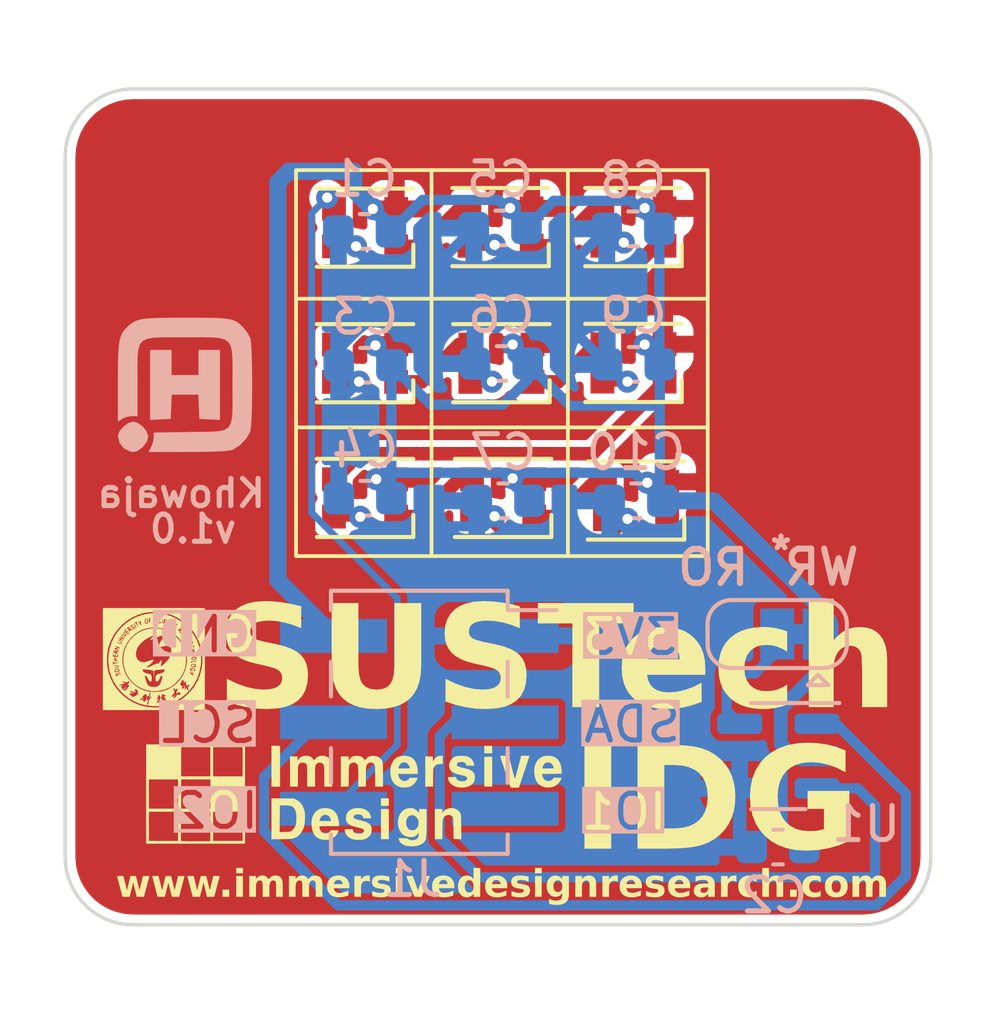
<source format=kicad_pcb>
(kicad_pcb (version 20240108) (generator "pcbnew") (generator_version "8.0")
  (title_block (title "SAO Shenzhen 2024 KiCon") (date "2024-11-01") (rev "1.1") (company "PRL"))
  (layers (0 "F.Cu" signal) (31 "B.Cu" signal) (34 "B.Paste" user) (35 "F.Paste" user) (36 "B.SilkS" user "B.Silkscreen") (37 "F.SilkS" user "F.Silkscreen") (38 "B.Mask" user) (39 "F.Mask" user) (44 "Edge.Cuts" user))
  (net 0 "")
  (net 1 "GND")
  (net 2 "+3V3")
  (net 3 "IO1")
  (net 4 "SDA")
  (net 5 "SCL")
  (net 6 "IO2")
  (net 7 "Net-(JP1-C)")
  (net 8 "Net-(D2-DOUT)")
  (net 9 "Net-(D3-DIN)")
  (net 10 "Net-(D3-DOUT)")
  (net 11 "Net-(D4-DIN)")
  (net 12 "Net-(D4-DOUT)")
  (net 13 "Net-(D5-DOUT)")
  (net 14 "Net-(D6-DOUT)")
  (net 15 "Net-(D10-DIN)")
  (footprint "LED_SMD:LED_WS2812B-2020_PLCC4_2.0x2.0mm" (layer "F.Cu") (at 139.0638 68.326 180)
    (property "Reference" "D8" (hide yes))
    (property "Value" "WS2812B-2020" (hide yes))
    (pad "1" smd rect (at -0.915 -0.55 180) (size 0.7 0.7) (layers "F.Cu" "F.Paste" "F.Mask") (net 9 "Net-(D3-DIN)"))
    (pad "2" smd rect (at -0.915 0.55 180) (size 0.7 0.7) (layers "F.Cu" "F.Paste" "F.Mask") (net 1 "GND"))
    (pad "3" smd rect (at 0.915 0.55 180) (size 0.7 0.7) (layers "F.Cu" "F.Paste" "F.Mask") (net 13 "Net-(D5-DOUT)"))
    (pad "4" smd rect (at 0.915 -0.55 180) (size 0.7 0.7) (layers "F.Cu" "F.Paste" "F.Mask") (net 2 "+3V3"))
  )
  (footprint "LED_SMD:LED_WS2812B-2020_PLCC4_2.0x2.0mm" (layer "F.Cu") (at 135.1522 68.326 180)
    (property "Reference" "D5" (hide yes))
    (property "Value" "WS2812B-2020" (hide yes))
    (pad "1" smd rect (at -0.915 -0.55 180) (size 0.7 0.7) (layers "F.Cu" "F.Paste" "F.Mask") (net 13 "Net-(D5-DOUT)"))
    (pad "2" smd rect (at -0.915 0.55 180) (size 0.7 0.7) (layers "F.Cu" "F.Paste" "F.Mask") (net 1 "GND"))
    (pad "3" smd rect (at 0.915 0.55 180) (size 0.7 0.7) (layers "F.Cu" "F.Paste" "F.Mask") (net 8 "Net-(D2-DOUT)"))
    (pad "4" smd rect (at 0.915 -0.55 180) (size 0.7 0.7) (layers "F.Cu" "F.Paste" "F.Mask") (net 2 "+3V3"))
  )
  (footprint "LED_SMD:LED_WS2812B-2020_PLCC4_2.0x2.0mm" (layer "F.Cu") (at 139.1406 76.369 180)
    (property "Reference" "D10" (hide yes))
    (property "Value" "WS2812B-2020" (hide yes))
    (pad "1" smd rect (at -0.915 -0.55 180) (size 0.7 0.7) (layers "F.Cu" "F.Paste" "F.Mask"))
    (pad "2" smd rect (at -0.915 0.55 180) (size 0.7 0.7) (layers "F.Cu" "F.Paste" "F.Mask") (net 1 "GND"))
    (pad "3" smd rect (at 0.915 0.55 180) (size 0.7 0.7) (layers "F.Cu" "F.Paste" "F.Mask") (net 15 "Net-(D10-DIN)"))
    (pad "4" smd rect (at 0.915 -0.55 180) (size 0.7 0.7) (layers "F.Cu" "F.Paste" "F.Mask") (net 2 "+3V3"))
  )
  (footprint "LED_SMD:LED_WS2812B-2020_PLCC4_2.0x2.0mm" (layer "F.Cu") (at 135.1782 72.3304 180)
    (property "Reference" "D6" (hide yes))
    (property "Value" "WS2812B-2020" (hide yes))
    (pad "1" smd rect (at -0.915 -0.55 180) (size 0.7 0.7) (layers "F.Cu" "F.Paste" "F.Mask") (net 14 "Net-(D6-DOUT)"))
    (pad "2" smd rect (at -0.915 0.55 180) (size 0.7 0.7) (layers "F.Cu" "F.Paste" "F.Mask") (net 1 "GND"))
    (pad "3" smd rect (at 0.915 0.55 180) (size 0.7 0.7) (layers "F.Cu" "F.Paste" "F.Mask") (net 10 "Net-(D3-DOUT)"))
    (pad "4" smd rect (at 0.915 -0.55 180) (size 0.7 0.7) (layers "F.Cu" "F.Paste" "F.Mask") (net 2 "+3V3"))
  )
  (footprint "LED_SMD:LED_WS2812B-2020_PLCC4_2.0x2.0mm" (layer "F.Cu") (at 131.165 72.3304 180)
    (property "Reference" "D3" (hide yes))
    (property "Value" "WS2812B-2020" (hide yes))
    (pad "1" smd rect (at -0.915 -0.55 180) (size 0.7 0.7) (layers "F.Cu" "F.Paste" "F.Mask") (net 10 "Net-(D3-DOUT)"))
    (pad "2" smd rect (at -0.915 0.55 180) (size 0.7 0.7) (layers "F.Cu" "F.Paste" "F.Mask") (net 1 "GND"))
    (pad "3" smd rect (at 0.915 0.55 180) (size 0.7 0.7) (layers "F.Cu" "F.Paste" "F.Mask") (net 9 "Net-(D3-DIN)"))
    (pad "4" smd rect (at 0.915 -0.55 180) (size 0.7 0.7) (layers "F.Cu" "F.Paste" "F.Mask") (net 2 "+3V3"))
  )
  (footprint "LED_SMD:LED_WS2812B-2020_PLCC4_2.0x2.0mm" (layer "F.Cu") (at 139.065 72.3216 180)
    (property "Reference" "D9" (hide yes))
    (property "Value" "WS2812B-2020" (hide yes))
    (pad "1" smd rect (at -0.915 -0.55 180) (size 0.7 0.7) (layers "F.Cu" "F.Paste" "F.Mask") (net 11 "Net-(D4-DIN)"))
    (pad "2" smd rect (at -0.915 0.55 180) (size 0.7 0.7) (layers "F.Cu" "F.Paste" "F.Mask") (net 1 "GND"))
    (pad "3" smd rect (at 0.915 0.55 180) (size 0.7 0.7) (layers "F.Cu" "F.Paste" "F.Mask") (net 14 "Net-(D6-DOUT)"))
    (pad "4" smd rect (at 0.915 -0.55 180) (size 0.7 0.7) (layers "F.Cu" "F.Paste" "F.Mask") (net 2 "+3V3"))
  )
  (footprint "Logo.preety:IDG" (layer "F.Cu") (at 130.8354 85.0392)
    (property "Reference" "G***" (hide yes))
    (property "Value" "LOGO" (hide yes))
  )
  (footprint "LED_SMD:LED_WS2812B-2020_PLCC4_2.0x2.0mm" (layer "F.Cu") (at 135.229 76.2928 180)
    (property "Reference" "D7" (hide yes))
    (property "Value" "WS2812B-2020" (hide yes))
    (pad "1" smd rect (at -0.915 -0.55 180) (size 0.7 0.7) (layers "F.Cu" "F.Paste" "F.Mask") (net 15 "Net-(D10-DIN)"))
    (pad "2" smd rect (at -0.915 0.55 180) (size 0.7 0.7) (layers "F.Cu" "F.Paste" "F.Mask") (net 1 "GND"))
    (pad "3" smd rect (at 0.915 0.55 180) (size 0.7 0.7) (layers "F.Cu" "F.Paste" "F.Mask") (net 12 "Net-(D4-DOUT)"))
    (pad "4" smd rect (at 0.915 -0.55 180) (size 0.7 0.7) (layers "F.Cu" "F.Paste" "F.Mask") (net 2 "+3V3"))
  )
  (footprint "LED_SMD:LED_WS2812B-2020_PLCC4_2.0x2.0mm" (layer "F.Cu") (at 131.1662 68.3426 180)
    (property "Reference" "D2" (hide yes))
    (property "Value" "WS2812B-2020" (hide yes))
    (pad "1" smd rect (at -0.915 -0.55 180) (size 0.7 0.7) (layers "F.Cu" "F.Paste" "F.Mask") (net 8 "Net-(D2-DOUT)"))
    (pad "2" smd rect (at -0.915 0.55 180) (size 0.7 0.7) (layers "F.Cu" "F.Paste" "F.Mask") (net 1 "GND"))
    (pad "3" smd rect (at 0.915 0.55 180) (size 0.7 0.7) (layers "F.Cu" "F.Paste" "F.Mask") (net 6 "IO2"))
    (pad "4" smd rect (at 0.915 -0.55 180) (size 0.7 0.7) (layers "F.Cu" "F.Paste" "F.Mask") (net 2 "+3V3"))
  )
  (footprint "Logo.preety:logo" (layer "F.Cu") (at 124.9426 81.026)
    (property "Reference" "G***" (hide yes))
    (property "Value" "LOGO" (hide yes))
  )
  (footprint "LED_SMD:LED_WS2812B-2020_PLCC4_2.0x2.0mm" (layer "F.Cu") (at 131.165 76.2928 180)
    (property "Reference" "D4" (hide yes))
    (property "Value" "WS2812B-2020" (hide yes))
    (pad "1" smd rect (at -0.915 -0.55 180) (size 0.7 0.7) (layers "F.Cu" "F.Paste" "F.Mask") (net 12 "Net-(D4-DOUT)"))
    (pad "2" smd rect (at -0.915 0.55 180) (size 0.7 0.7) (layers "F.Cu" "F.Paste" "F.Mask") (net 1 "GND"))
    (pad "3" smd rect (at 0.915 0.55 180) (size 0.7 0.7) (layers "F.Cu" "F.Paste" "F.Mask") (net 11 "Net-(D4-DIN)"))
    (pad "4" smd rect (at 0.915 -0.55 180) (size 0.7 0.7) (layers "F.Cu" "F.Paste" "F.Mask") (net 2 "+3V3"))
  )
  (footprint "Capacitor_SMD:C_0603_1608Metric" (layer "B.Cu") (at 131.1656 76.3016 180)
    (property "Reference" "C4" (at 0 1.43 0) (layer "B.SilkS") (effects (justify mirror)))
    (property "Value" "100nF")
    (pad "1" smd roundrect (at -0.775 0 180) (size 0.9 0.95) (layers "B.Cu" "B.Paste" "B.Mask") (net 1 "GND"))
    (pad "2" smd roundrect (at 0.775 0 180) (size 0.9 0.95) (layers "B.Cu" "B.Paste" "B.Mask") (net 2 "+3V3"))
  )
  (footprint "Capacitor_SMD:C_0603_1608Metric" (layer "B.Cu") (at 139.065 72.3646 180)
    (property "Reference" "C9" (at 0 1.43 0) (layer "B.SilkS") (effects (justify mirror)))
    (property "Value" "100nF")
    (pad "1" smd roundrect (at -0.775 0 180) (size 0.9 0.95) (layers "B.Cu" "B.Paste" "B.Mask") (net 1 "GND"))
    (pad "2" smd roundrect (at 0.775 0 180) (size 0.9 0.95) (layers "B.Cu" "B.Paste" "B.Mask") (net 2 "+3V3"))
  )
  (footprint "Capacitor_SMD:C_0603_1608Metric" (layer "B.Cu") (at 131.1656 72.39 180)
    (property "Reference" "C3" (at 0 1.43 0) (layer "B.SilkS") (effects (justify mirror)))
    (property "Value" "100nF")
    (pad "1" smd roundrect (at -0.775 0 180) (size 0.9 0.95) (layers "B.Cu" "B.Paste" "B.Mask") (net 1 "GND"))
    (pad "2" smd roundrect (at 0.775 0 180) (size 0.9 0.95) (layers "B.Cu" "B.Paste" "B.Mask") (net 2 "+3V3"))
  )
  (footprint "LOGO" (layer "B.Cu") (at 125.892928 72.940511 180)
    (property "Reference" "G***" (hide yes))
    (property "Value" "LOGO" (hide yes))
  )
  (footprint "Capacitor_SMD:C_0603_1608Metric" (layer "B.Cu") (at 139.1412 76.3778 180)
    (property "Reference" "C10" (at 0 1.43 0) (layer "B.SilkS") (effects (justify mirror)))
    (property "Value" "100nF")
    (pad "1" smd roundrect (at -0.775 0 180) (size 0.9 0.95) (layers "B.Cu" "B.Paste" "B.Mask") (net 1 "GND"))
    (pad "2" smd roundrect (at 0.775 0 180) (size 0.9 0.95) (layers "B.Cu" "B.Paste" "B.Mask") (net 2 "+3V3"))
  )
  (footprint "Capacitor_SMD:C_0603_1608Metric" (layer "B.Cu") (at 139.052 68.3768 180)
    (property "Reference" "C8" (at 0 1.43 0) (layer "B.SilkS") (effects (justify mirror)))
    (property "Value" "100nF")
    (pad "1" smd roundrect (at -0.775 0 180) (size 0.9 0.95) (layers "B.Cu" "B.Paste" "B.Mask") (net 1 "GND"))
    (pad "2" smd roundrect (at 0.775 0 180) (size 0.9 0.95) (layers "B.Cu" "B.Paste" "B.Mask") (net 2 "+3V3"))
  )
  (footprint "Capacitor_SMD:C_0603_1608Metric" (layer "B.Cu") (at 131.1532 68.453 180)
    (property "Reference" "C1" (at 0.013 1.5494 0) (layer "B.SilkS") (effects (justify mirror)))
    (property "Value" "100nF" (hide yes))
    (pad "1" smd roundrect (at -0.775 0 180) (size 0.9 0.95) (layers "B.Cu" "B.Paste" "B.Mask") (net 1 "GND"))
    (pad "2" smd roundrect (at 0.775 0 180) (size 0.9 0.95) (layers "B.Cu" "B.Paste" "B.Mask") (net 2 "+3V3"))
  )
  (footprint "Package_TO_SOT_SMD:SOT-23-5" (layer "B.Cu") (at 143.3267 83.886 180)
    (property "Reference" "U1" (at -2.5853 -2.001382 0) (layer "B.SilkS") (effects (justify mirror)))
    (property "Value" "K24C02")
    (pad "1" smd roundrect (at -1.1375 0.95 180) (size 1.325 0.6) (layers "B.Cu" "B.Paste" "B.Mask") (net 5 "SCL"))
    (pad "2" smd roundrect (at -1.1375 0 180) (size 1.325 0.6) (layers "B.Cu" "B.Paste" "B.Mask") (net 1 "GND"))
    (pad "3" smd roundrect (at -1.1375 -0.95 180) (size 1.325 0.6) (layers "B.Cu" "B.Paste" "B.Mask") (net 4 "SDA"))
    (pad "4" smd roundrect (at 1.1375 -0.95 180) (size 1.325 0.6) (layers "B.Cu" "B.Paste" "B.Mask") (net 2 "+3V3"))
    (pad "5" smd roundrect (at 1.1375 0.95 180) (size 1.325 0.6) (layers "B.Cu" "B.Paste" "B.Mask") (net 7 "Net-(JP1-C)"))
  )
  (footprint "Connector_PinHeader_2.54mm:PinHeader_2x03_P2.54mm_Vertical_SMD" (layer "B.Cu") (at 132.762349 82.893639 180)
    (property "Reference" "J1" (at 0.196055 -4.609361 0) (layer "B.SilkS") (effects (justify mirror)))
    (property "Value" "SMD")
    (pad "1" smd rect (at -2.525 2.54 180) (size 3.15 1) (layers "B.Cu" "B.Paste" "B.Mask") (net 2 "+3V3"))
    (pad "2" smd rect (at 2.525 2.54 180) (size 3.15 1) (layers "B.Cu" "B.Paste" "B.Mask") (net 1 "GND"))
    (pad "3" smd rect (at -2.525 0 180) (size 3.15 1) (layers "B.Cu" "B.Paste" "B.Mask") (net 4 "SDA"))
    (pad "4" smd rect (at 2.525 0 180) (size 3.15 1) (layers "B.Cu" "B.Paste" "B.Mask") (net 5 "SCL"))
    (pad "5" smd rect (at -2.525 -2.54 180) (size 3.15 1) (layers "B.Cu" "B.Paste" "B.Mask") (net 3 "IO1"))
    (pad "6" smd rect (at 2.525 -2.54 180) (size 3.15 1) (layers "B.Cu" "B.Paste" "B.Mask") (net 6 "IO2"))
  )
  (footprint "Capacitor_SMD:C_0603_1608Metric" (layer "B.Cu") (at 135.2296 76.3778 180)
    (property "Reference" "C7" (at 0 1.43 0) (layer "B.SilkS") (effects (justify mirror)))
    (property "Value" "100nF")
    (pad "1" smd roundrect (at -0.775 0 180) (size 0.9 0.95) (layers "B.Cu" "B.Paste" "B.Mask") (net 1 "GND"))
    (pad "2" smd roundrect (at 0.775 0 180) (size 0.9 0.95) (layers "B.Cu" "B.Paste" "B.Mask") (net 2 "+3V3"))
  )
  (footprint "Jumper:SolderJumper-3_P1.3mm_Bridged12_RoundedPad1.0x1.5mm" (layer "B.Cu") (at 143.296126 80.298285 180)
    (property "Reference" "JP1" (hide yes))
    (property "Value" "Jumper_3_Bridged12" (hide yes))
    (fp_poly (pts (xy -0.9 0.3) (xy -0.4 0.3) (xy -0.4 -0.3) (xy -0.9 -0.3)) (fill solid) (layer "B.Cu"))
    (pad "1" smd custom (at -1.3 0 180) (size 1 0.5) (layers "B.Cu" "B.Mask") (net 1 "GND") (options (clearance outline) (anchor rect)) (primitives (gr_circle (center 0 -0.25) (end 0.5 -0.25) (width 0) (fill yes)) (gr_circle (center 0 0.25) (end 0.5 0.25) (width 0) (fill yes)) (gr_poly (pts (xy 0.55 -0.75) (xy 0 -0.75) (xy 0 0.75) (xy 0.55 0.75)) (width 0) (fill yes))))
    (pad "2" smd rect (at 0 0 180) (size 1 1.5) (layers "B.Cu" "B.Mask") (net 7 "Net-(JP1-C)"))
    (pad "3" smd custom (at 1.3 0 180) (size 1 0.5) (layers "B.Cu" "B.Mask") (net 2 "+3V3") (options (clearance outline) (anchor rect)) (primitives (gr_circle (center 0 -0.25) (end 0.5 -0.25) (width 0) (fill yes)) (gr_circle (center 0 0.25) (end 0.5 0.25) (width 0) (fill yes)) (gr_poly (pts (xy 0 -0.75) (xy -0.55 -0.75) (xy -0.55 0.75) (xy 0 0.75)) (width 0) (fill yes))))
  )
  (footprint "Capacitor_SMD:C_0603_1608Metric" (layer "B.Cu") (at 135.1788 72.3392 180)
    (property "Reference" "C6" (at 0 1.43 0) (layer "B.SilkS") (effects (justify mirror)))
    (property "Value" "100nF")
    (pad "1" smd roundrect (at -0.775 0 180) (size 0.9 0.95) (layers "B.Cu" "B.Paste" "B.Mask") (net 1 "GND"))
    (pad "2" smd roundrect (at 0.775 0 180) (size 0.9 0.95) (layers "B.Cu" "B.Paste" "B.Mask") (net 2 "+3V3"))
  )
  (footprint "Capacitor_SMD:C_0603_1608Metric" (layer "B.Cu") (at 143.3192 86.5632 180)
    (property "Reference" "C2" (at 0.1146 -1.4224 0) (layer "B.SilkS") (effects (justify mirror)))
    (property "Value" "100nF")
    (pad "1" smd roundrect (at -0.775 0 180) (size 0.9 0.95) (layers "B.Cu" "B.Paste" "B.Mask") (net 1 "GND"))
    (pad "2" smd roundrect (at 0.775 0 180) (size 0.9 0.95) (layers "B.Cu" "B.Paste" "B.Mask") (net 2 "+3V3"))
  )
  (footprint "Capacitor_SMD:C_0603_1608Metric" (layer "B.Cu") (at 135.141 68.3514 180)
    (property "Reference" "C5" (at 0 1.43 0) (layer "B.SilkS") (effects (justify mirror)))
    (property "Value" "100nF")
    (pad "1" smd roundrect (at -0.775 0 180) (size 0.9 0.95) (layers "B.Cu" "B.Paste" "B.Mask") (net 1 "GND"))
    (pad "2" smd roundrect (at 0.775 0 180) (size 0.9 0.95) (layers "B.Cu" "B.Paste" "B.Mask") (net 2 "+3V3"))
  )
  (gr_rect (start 129.1336 66.6496) (end 141.2494 78.0034) (stroke (width 0.11)) (fill none) (layer "F.SilkS"))
  (gr_line (start 129.1336 70.4342) (end 141.224 70.4342) (stroke (width 0.11)) (layer "F.SilkS"))
  (gr_line (start 129.159 74.2188) (end 141.2494 74.2188) (stroke (width 0.11)) (layer "F.SilkS"))
  (gr_line (start 133.1214 66.7258) (end 133.1214 78.0034) (stroke (width 0.11)) (layer "F.SilkS"))
  (gr_line (start 137.1346 66.7004) (end 137.1346 77.978) (stroke (width 0.11)) (layer "F.SilkS"))
  (gr_arc (start 122.3391 66.262) (mid 122.924886 64.847786) (end 124.3391 64.262) (stroke (width 0.1)) (layer "Edge.Cuts"))
  (gr_arc (start 147.8153 86.8492) (mid 147.229514 88.263414) (end 145.8153 88.8492) (stroke (width 0.1)) (layer "Edge.Cuts"))
  (gr_arc (start 124.3391 88.8492) (mid 122.924886 88.263414) (end 122.3391 86.8492) (stroke (width 0.1)) (layer "Edge.Cuts"))
  (gr_line (start 147.8153 66.262) (end 147.8153 86.8492) (stroke (width 0.1)) (layer "Edge.Cuts"))
  (gr_line (start 124.3391 64.262) (end 145.8153 64.262) (stroke (width 0.1)) (layer "Edge.Cuts"))
  (gr_arc (start 145.8153 64.262) (mid 147.229514 64.847786) (end 147.8153 66.262) (stroke (width 0.1)) (layer "Edge.Cuts"))
  (gr_line (start 145.8153 88.8492) (end 124.3391 88.8492) (stroke (width 0.1)) (layer "Edge.Cuts"))
  (gr_line (start 122.3391 86.8492) (end 122.3391 66.262) (stroke (width 0.1)) (layer "Edge.Cuts"))
  (gr_text "GND" (at 128.061721 80.900681 0) (layer "B.SilkS" knockout) (effects (font (size 1 1)) (justify left bottom mirror)))
  (gr_text "Khowaja" (at 128.304898 76.62446 0) (layer "B.SilkS") (effects (font (size 0.8 0.8) (thickness 0.15) (bold yes)) (justify left bottom mirror)))
  (gr_text "IO1" (at 140.122249 86.109627 0) (layer "B.SilkS" knockout) (effects (font (size 1 1)) (justify left bottom mirror)))
  (gr_text "WR" (at 145.7941 78.91565 0) (layer "B.SilkS") (effects (font (size 1 1) (thickness 0.18) (bold yes)) (justify left bottom mirror)))
  (gr_text "SCL" (at 128.052316 83.556635 0) (layer "B.SilkS" knockout) (effects (font (size 1 1)) (justify left bottom mirror)))
  (gr_text "3V3" (at 140.435197 80.96885 0) (layer "B.SilkS" knockout) (effects (font (size 1 1)) (justify left bottom mirror)))
  (gr_text "IO2" (at 128.105432 86.085504 0) (layer "B.SilkS" knockout) (effects (font (size 1 1)) (justify left bottom mirror)))
  (gr_text "SDA" (at 140.529395 83.544358 0) (layer "B.SilkS" knockout) (effects (font (size 1 1)) (justify left bottom mirror)))
  (gr_text "RO" (at 142.556521 78.925928 0) (layer "B.SilkS") (effects (font (size 1 1) (thickness 0.18) (bold yes)) (justify left bottom mirror)))
  (gr_text "*" (at 143.808726 78.317085 0) (layer "B.SilkS") (effects (font (size 0.8 0.8) (thickness 0.15) (bold yes)) (justify left bottom mirror)))
  (gr_text "v1.0" (at 127.4572 77.6732 0) (layer "B.SilkS") (effects (font (size 0.8 0.8) (thickness 0.15) (bold yes)) (justify left bottom mirror)))
  (gr_text "www.immersivedesignresearch.com" (at 123.825 88.1634 0) (layer "F.SilkS") (effects (font (size 0.8 0.8)) (justify left bottom)))
  (gr_text "SUSTech" (at 126.7714 82.9564 0) (layer "F.SilkS") (effects (font (size 3 3) (thickness 0.3) (bold yes)) (justify left bottom)))
  (gr_text "IDG" (at 137.2362 87.122 0) (layer "F.SilkS") (effects (font (size 3 3) (thickness 0.3) (bold yes)) (justify left bottom)))
  (segment (start 139.4968 75.819) (end 139.4714 75.8444) (width 0.3) (layer "F.Cu") (net 1))
  (segment (start 135.534 75.7428) (end 135.509 75.7178) (width 0.3) (layer "F.Cu") (net 1))
  (segment (start 131.4958 71.7804) (end 131.4704 71.8058) (width 0.3) (layer "F.Cu") (net 1))
  (segment (start 132.08 75.7428) (end 131.4958 75.7428) (width 0.3) (layer "F.Cu") (net 1))
  (segment (start 140.0556 75.819) (end 139.4968 75.819) (width 0.3) (layer "F.Cu") (net 1))
  (segment (start 132.08 71.7804) (end 131.4958 71.7804) (width 0.3) (layer "F.Cu") (net 1))
  (segment (start 136.0672 67.776) (end 135.4416 67.776) (width 0.3) (layer "F.Cu") (net 1))
  (segment (start 139.9788 67.776) (end 139.404 67.776) (width 0.3) (layer "F.Cu") (net 1))
  (segment (start 132.0812 67.7926) (end 131.3942 67.7926) (width 0.3) (layer "F.Cu") (net 1))
  (segment (start 139.404 71.7716) (end 139.3952 71.7804) (width 0.3) (layer "F.Cu") (net 1))
  (segment (start 136.144 75.7428) (end 135.534 75.7428) (width 0.3) (layer "F.Cu") (net 1))
  (segment (start 139.98 71.7716) (end 139.404 71.7716) (width 0.3) (layer "F.Cu") (net 1))
  (segment (start 135.4416 67.776) (end 135.4328 67.7672) (width 0.3) (layer "F.Cu") (net 1))
  (segment (start 135.509 71.7804) (end 136.0932 71.7804) (width 0.3) (layer "F.Cu") (net 1))
  (segment (start 139.404 67.776) (end 139.3952 67.7672) (width 0.3) (layer "F.Cu") (net 1))
  (via (at 139.3952 71.7804) (size 0.65) (drill 0.3) (layers "F.Cu" "B.Cu") (net 1))
  (via (at 131.4704 71.8058) (size 0.65) (drill 0.3) (layers "F.Cu" "B.Cu") (net 1))
  (via (at 135.509 71.7804) (size 0.65) (drill 0.3) (layers "F.Cu" "B.Cu") (net 1))
  (via (at 131.4958 75.7428) (size 0.65) (drill 0.3) (layers "F.Cu" "B.Cu") (net 1))
  (via (at 139.4714 75.8444) (size 0.65) (drill 0.3) (layers "F.Cu" "B.Cu") (net 1))
  (via (at 135.509 75.7178) (size 0.65) (drill 0.3) (layers "F.Cu" "B.Cu") (net 1))
  (via (at 139.3952 67.7672) (size 0.65) (drill 0.3) (layers "F.Cu" "B.Cu") (net 1))
  (via (at 131.3942 67.7926) (size 0.65) (drill 0.3) (layers "F.Cu" "B.Cu") (net 1))
  (via (at 135.4328 67.7672) (size 0.65) (drill 0.3) (layers "F.Cu" "B.Cu") (net 1))
  (segment (start 144.596126 80.298285) (end 144.596126 81.306892) (width 0.4) (layer "B.Cu") (net 1))
  (segment (start 135.509 72.1106) (end 135.509 71.7804) (width 0.3) (layer "B.Cu") (net 1))
  (segment (start 135.674 75.5528) (end 139.0912 75.5528) (width 0.3) (layer "B.Cu") (net 1))
  (segment (start 131.6858 75.5528) (end 131.4958 75.7428) (width 0.3) (layer "B.Cu") (net 1))
  (segment (start 131.4704 71.8058) (end 131.4704 71.9198) (width 0.3) (layer "B.Cu") (net 1))
  (segment (start 135.916 68.3514) (end 136.7156 67.5518) (width 0.3) (layer "B.Cu") (net 1))
  (segment (start 135.9538 72.3392) (end 137.1984 73.5838) (width 0.3) (layer "B.Cu") (net 1))
  (segment (start 131.4704 71.9198) (end 131.9406 72.39) (width 0.3) (layer "B.Cu") (net 1))
  (segment (start 131.9282 68.3266) (end 131.3942 67.7926) (width 0.4) (layer "B.Cu") (net 1))
  (segment (start 139.4714 75.933) (end 139.9162 76.3778) (width 0.3) (layer "B.Cu") (net 1))
  (segment (start 135.9538 72.8142) (end 135.9538 72.3392) (width 0.3) (layer "B.Cu") (net 1))
  (segment (start 135.9538 72.5294) (end 135.9408 72.5424) (width 0.3) (layer "B.Cu") (net 1))
  (segment (start 132.8548 67.5264) (end 131.9282 68.453) (width 0.3) (layer "B.Cu") (net 1))
  (segment (start 133.0982 73.5476) (end 135.2204 73.5476) (width 0.3) (layer "B.Cu") (net 1))
  (segment (start 130.8354 67.2338) (end 131.3942 67.7926) (width 0.5) (layer "B.Cu") (net 1))
  (segment (start 130.8354 66.684183) (end 130.8354 67.2338) (width 0.5) (layer "B.Cu") (net 1))
  (segment (start 144.596126 80.298285) (end 144.596126 79.543285) (width 0.5) (layer "B.Cu") (net 1))
  (segment (start 131.4958 75.7428) (end 131.4958 75.8568) (width 0.3) (layer "B.Cu") (net 1))
  (segment (start 128.6002 78.71649) (end 128.6002 67.0052) (width 0.5) (layer "B.Cu") (net 1))
  (segment (start 143.4017 83.526552) (end 143.761148 83.886) (width 0.4) (layer "B.Cu") (net 1))
  (segment (start 135.509 75.8822) (end 136.0046 76.3778) (width 0.3) (layer "B.Cu") (net 1))
  (segment (start 131.4958 75.8568) (end 131.9406 76.3016) (width 0.3) (layer "B.Cu") (net 1))
  (segment (start 135.091 67.5264) (end 132.8548 67.5264) (width 0.3) (layer "B.Cu") (net 1))
  (segment (start 139.84 72.3646) (end 139.84 73.5838) (width 0.3) (layer "B.Cu") (net 1))
  (segment (start 135.9408 72.5424) (end 135.509 72.1106) (width 0.3) (layer "B.Cu") (net 1))
  (segment (start 135.509 75.7178) (end 135.674 75.5528) (width 0.3) (layer "B.Cu") (net 1))
  (segment (start 135.344 75.5528) (end 131.6858 75.5528) (width 0.3) (layer "B.Cu") (net 1))
  (segment (start 131.9406 72.39) (end 133.0982 73.5476) (width 0.3) (layer "B.Cu") (net 1))
  (segment (start 139.827 72.3516) (end 139.84 72.3646) (width 0.3) (layer "B.Cu") (net 1))
  (segment (start 144.596126 80.7538) (end 144.596126 80.298285) (width 0.3) (layer "B.Cu") (net 1))
  (segment (start 139.3952 71.9198) (end 139.84 72.3646) (width 0.3) (layer "B.Cu") (net 1))
  (segment (start 139.4714 75.8444) (end 139.4714 75.933) (width 0.3) (layer "B.Cu") (net 1))
  (segment (start 143.4517 84.236001) (end 143.801701 83.886) (width 0.3) (layer "B.Cu") (net 1))
  (segment (start 135.2204 73.5476) (end 135.9538 72.8142) (width 0.3) (layer "B.Cu") (net 1))
  (segment (start 135.916 68.3514) (end 135.091 67.5264) (width 0.3) (layer "B.Cu") (net 1))
  (segment (start 144.0942 86.5632) (end 143.4517 85.9207) (width 0.3) (layer "B.Cu") (net 1))
  (segment (start 131.9282 68.453) (end 131.9282 68.3266) (width 0.4) (layer "B.Cu") (net 1))
  (segment (start 139.84 76.3016) (end 139.9162 76.3778) (width 0.3) (layer "B.Cu") (net 1))
  (segment (start 139.3952 67.945) (end 139.827 68.3768) (width 0.3) (layer "B.Cu") (net 1))
  (segment (start 139.002 67.5518) (end 139.827 68.3768) (width 0.3) (layer "B.Cu") (net 1))
  (segment (start 135.509 75.7178) (end 135.344 75.5528) (width 0.3) (layer "B.Cu") (net 1))
  (segment (start 143.4517 85.9207) (end 143.4517 84.236001) (width 0.3) (layer "B.Cu") (net 1))
  (segment (start 139.84 73.5838) (end 139.84 76.3016) (width 0.3) (layer "B.Cu") (net 1))
  (segment (start 139.827 68.3768) (end 139.827 72.3516) (width 0.3) (layer "B.Cu") (net 1))
  (segment (start 135.509 75.7178) (end 135.509 75.8822) (width 0.3) (layer "B.Cu") (net 1))
  (segment (start 144.596126 79.543285) (end 141.430641 76.3778) (width 0.5) (layer "B.Cu") (net 1))
  (segment (start 143.4017 82.501318) (end 143.4017 83.526552) (width 0.4) (layer "B.Cu") (net 1))
  (segment (start 130.237349 80.353639) (end 128.6002 78.71649) (width 0.5) (layer "B.Cu") (net 1))
  (segment (start 143.801701 83.886) (end 144.4642 83.886) (width 0.3) (layer "B.Cu") (net 1))
  (segment (start 139.3952 67.7672) (end 139.3952 67.945) (width 0.3) (layer "B.Cu") (net 1))
  (segment (start 128.6002 67.0052) (end 128.921217 66.684183) (width 0.5) (layer "B.Cu") (net 1))
  (segment (start 139.3952 71.7804) (end 139.3952 71.9198) (width 0.3) (layer "B.Cu") (net 1))
  (segment (start 136.7156 67.5518) (end 139.002 67.5518) (width 0.3) (layer "B.Cu") (net 1))
  (segment (start 135.4328 67.7672) (end 135.4328 67.8682) (width 0.3) (layer "B.Cu") (net 1))
  (segment (start 128.921217 66.684183) (end 130.8354 66.684183) (width 0.5) (layer "B.Cu") (net 1))
  (segment (start 131.9406 72.39) (end 131.9406 76.3016) (width 0.3) (layer "B.Cu") (net 1))
  (segment (start 141.430641 76.3778) (end 139.9162 76.3778) (width 0.5) (layer "B.Cu") (net 1))
  (segment (start 135.9538 72.3392) (end 135.9538 72.5294) (width 0.3) (layer "B.Cu") (net 1))
  (segment (start 144.4642 83.886) (end 143.761148 83.886) (width 0.2) (layer "B.Cu") (net 1))
  (segment (start 139.0912 75.5528) (end 139.9162 76.3778) (width 0.3) (layer "B.Cu") (net 1))
  (segment (start 135.4328 67.8682) (end 135.916 68.3514) (width 0.3) (layer "B.Cu") (net 1))
  (segment (start 137.1984 73.5838) (end 139.84 73.5838) (width 0.3) (layer "B.Cu") (net 1))
  (segment (start 144.596126 81.306892) (end 143.4017 82.501318) (width 0.4) (layer "B.Cu") (net 1))
  (segment (start 138.8794 76.919) (end 138.8872 76.9112) (width 0.3) (layer "F.Cu") (net 2))
  (segment (start 134.9756 76.835) (end 134.9756 77.0744) (width 0.3) (layer "F.Cu") (net 2))
  (segment (start 130.25 72.8804) (end 130.98 72.8804) (width 0.3) (layer "F.Cu") (net 2))
  (segment (start 130.25 76.8428) (end 131.015938 76.8428) (width 0.3) (layer "F.Cu") (net 2))
  (segment (start 138.2556 77.5428) (end 138.8872 76.9112) (width 0.3) (layer "F.Cu") (net 2))
  (segment (start 134.953222 68.876) (end 134.979273 68.849949) (width 0.3) (layer "F.Cu") (net 2))
  (segment (start 138.2256 76.919) (end 138.8794 76.919) (width 0.3) (layer "F.Cu") (net 2))
  (segment (start 131.015938 76.8428) (end 131.022449 76.849311) (width 0.3) (layer "F.Cu") (net 2))
  (segment (start 138.1488 68.876) (end 138.683494 68.876) (width 0.3) (layer "F.Cu") (net 2))
  (segment (start 130.898723 68.8926) (end 130.89958 68.891743) (width 0.3) (layer "F.Cu") (net 2))
  (segment (start 134.2372 68.876) (end 134.953222 68.876) (width 0.3) (layer "F.Cu") (net 2))
  (segment (start 134.9678 76.8428) (end 134.9756 76.835) (width 0.3) (layer "F.Cu") (net 2))
  (segment (start 134.314 76.8428) (end 134.9678 76.8428) (width 0.3) (layer "F.Cu") (net 2))
  (segment (start 130.98 72.8804) (end 130.9878 72.8726) (width 0.3) (layer "F.Cu") (net 2))
  (segment (start 134.9756 77.0744) (end 135.444 77.5428) (width 0.3) (layer "F.Cu") (net 2))
  (segment (start 135.444 77.5428) (end 138.2556 77.5428) (width 0.3) (layer "F.Cu") (net 2))
  (segment (start 134.2632 72.8804) (end 134.8916 72.8804) (width 0.3) (layer "F.Cu") (net 2))
  (segment (start 130.2512 68.8926) (end 130.898723 68.8926) (width 0.3) (layer "F.Cu") (net 2))
  (segment (start 138.15 72.8716) (end 138.8862 72.8716) (width 0.3) (layer "F.Cu") (net 2))
  (segment (start 134.8916 72.8804) (end 134.8994 72.8726) (width 0.3) (layer "F.Cu") (net 2))
  (segment (start 138.8862 72.8716) (end 138.8872 72.8726) (width 0.3) (layer "F.Cu") (net 2))
  (segment (start 138.683494 68.876) (end 138.778505 68.780989) (width 0.3) (layer "F.Cu") (net 2))
  (via (at 138.8872 76.9112) (size 0.65) (drill 0.3) (layers "F.Cu" "B.Cu") (net 2))
  (via (at 134.8994 72.8726) (size 0.65) (drill 0.3) (layers "F.Cu" "B.Cu") (net 2))
  (via (at 131.022449 76.849311) (size 0.65) (drill 0.3) (layers "F.Cu" "B.Cu") (net 2))
  (via (at 134.9756 76.835) (size 0.65) (drill 0.3) (layers "F.Cu" "B.Cu") (net 2))
  (via (at 130.89958 68.891743) (size 0.65) (drill 0.3) (layers "F.Cu" "B.Cu") (net 2))
  (via (at 138.8872 72.8726) (size 0.65) (drill 0.3) (layers "F.Cu" "B.Cu") (net 2))
  (via (at 134.979273 68.849949) (size 0.65) (drill 0.3) (layers "F.Cu" "B.Cu") (net 2))
  (via (at 138.778505 68.780989) (size 0.65) (drill 0.3) (layers "F.Cu" "B.Cu") (net 2))
  (via (at 130.9878 72.8726) (size 0.65) (drill 0.3) (layers "F.Cu" "B.Cu") (net 2))
  (segment (start 134.979273 68.849949) (end 134.864549 68.849949) (width 0.3) (layer "B.Cu") (net 2))
  (segment (start 131.2032 69.278) (end 133.4394 69.278) (width 0.3) (layer "B.Cu") (net 2))
  (segment (start 130.9878 72.8726) (end 130.8732 72.8726) (width 0.3) (layer "B.Cu") (net 2))
  (segment (start 142.1892 84.836) (end 142.1892 86.2082) (width 0.4) (layer "B.Cu") (net 2))
  (segment (start 135.342703 80.298285) (end 135.287349 80.353639) (width 0.25) (layer "B.Cu") (net 2))
  (segment (start 131.299738 77.1266) (end 131.022449 76.849311) (width 0.3) (layer "B.Cu") (net 2))
  (segment (start 131.022449 76.849311) (end 130.938311 76.849311) (width 0.3) (layer "B.Cu") (net 2))
  (segment (start 130.3906 72.39) (end 130.3906 68.4654) (width 0.3) (layer "B.Cu") (net 2))
  (segment (start 142.1892 86.2082) (end 142.5442 86.5632) (width 0.3) (layer "B.Cu") (net 2))
  (segment (start 138.681189 68.780989) (end 138.277 68.3768) (width 0.3) (layer "B.Cu") (net 2))
  (segment (start 138.3662 72.4408) (end 138.29 72.3646) (width 0.3) (layer "B.Cu") (net 2))
  (segment (start 138.277 68.3768) (end 136.4114 70.2424) (width 0.3) (layer "B.Cu") (net 2))
  (segment (start 130.3906 68.4654) (end 130.3782 68.453) (width 0.3) (layer "B.Cu") (net 2))
  (segment (start 136.1678 70.2424) (end 134.4038 70.2424) (width 0.3) (layer "B.Cu") (net 2))
  (segment (start 134.4038 72.3392) (end 134.4038 70.2424) (width 0.3) (layer "B.Cu") (net 2))
  (segment (start 133.0276 69.278) (end 133.4394 69.278) (width 0.3) (layer "B.Cu") (net 2))
  (segment (start 135.287349 80.353639) (end 135.287349 77.210549) (width 0.25) (layer "B.Cu") (net 2))
  (segment (start 130.3906 76.3016) (end 130.3906 73.4698) (width 0.3) (layer "B.Cu") (net 2))
  (segment (start 138.798 72.8726) (end 138.29 72.3646) (width 0.3) (layer "B.Cu") (net 2))
  (segment (start 141.1267 83.7735) (end 141.1267 81.167711) (width 0.4) (layer "B.Cu") (net 2))
  (segment (start 138.8872 72.8726) (end 138.798 72.8726) (width 0.3) (layer "B.Cu") (net 2))
  (segment (start 134.8994 72.8726) (end 134.8994 72.8348) (width 0.3) (layer "B.Cu") (net 2))
  (segment (start 136.4114 70.2424) (end 136.1678 70.2424) (width 0.3) (layer "B.Cu") (net 2))
  (segment (start 134.4038 70.2424) (end 133.4394 69.278) (width 0.3) (layer "B.Cu") (net 2))
  (segment (start 130.3906 73.4698) (end 130.9878 72.8726) (width 0.3) (layer "B.Cu") (net 2))
  (segment (start 141.996126 80.298285) (end 138.3662 76.668359) (width 0.4) (layer "B.Cu") (net 2))
  (segment (start 138.8872 76.8988) (end 138.3662 76.3778) (width 0.3) (layer "B.Cu") (net 2))
  (segment (start 130.3906 72.39) (end 130.3906 71.915) (width 0.3) (layer "B.Cu") (net 2))
  (segment (start 134.684 77.1266) (end 131.299738 77.1266) (width 0.3) (layer "B.Cu") (net 2))
  (segment (start 138.8872 76.9112) (end 138.8872 76.8988) (width 0.3) (layer "B.Cu") (net 2))
  (segment (start 130.89958 68.891743) (end 130.816943 68.891743) (width 0.3) (layer "B.Cu") (net 2))
  (segment (start 138.3662 76.668359) (end 138.3662 76.3778) (width 0.4) (layer "B.Cu") (net 2))
  (segment (start 133.4394 69.278) (end 134.366 68.3514) (width 0.3) (layer "B.Cu") (net 2))
  (segment (start 141.1267 81.167711) (end 141.996126 80.298285) (width 0.4) (layer "B.Cu") (net 2))
  (segment (start 138.778505 68.780989) (end 138.681189 68.780989) (width 0.3) (layer "B.Cu") (net 2))
  (segment (start 134.9756 76.835) (end 134.684 77.1266) (width 0.3) (layer "B.Cu") (net 2))
  (segment (start 135.287349 77.210549) (end 134.4546 76.3778) (width 0.25) (layer "B.Cu") (net 2))
  (segment (start 138.29 72.3646) (end 136.1678 70.2424) (width 0.3) (layer "B.Cu") (net 2))
  (segment (start 134.9118 76.835) (end 134.4546 76.3778) (width 0.3) (layer "B.Cu") (net 2))
  (segment (start 142.1892 84.836) (end 141.1267 83.7735) (width 0.4) (layer "B.Cu") (net 2))
  (segment (start 134.8994 72.8348) (end 134.4038 72.3392) (width 0.3) (layer "B.Cu") (net 2))
  (segment (start 134.9756 76.835) (end 134.9118 76.835) (width 0.3) (layer "B.Cu") (net 2))
  (segment (start 130.3782 68.453) (end 131.2032 69.278) (width 0.3) (layer "B.Cu") (net 2))
  (segment (start 130.816943 68.891743) (end 130.3782 68.453) (width 0.3) (layer "B.Cu") (net 2))
  (segment (start 130.3906 71.915) (end 133.0276 69.278) (width 0.3) (layer "B.Cu") (net 2))
  (segment (start 130.8732 72.8726) (end 130.3906 72.39) (width 0.3) (layer "B.Cu") (net 2))
  (segment (start 134.985798 85.433639) (end 135.287349 85.433639) (width 0.3) (layer "B.Cu") (net 3))
  (segment (start 133.768361 82.893639) (end 135.287349 82.893639) (width 0.3) (layer "B.Cu") (net 4))
  (segment (start 146.05 87.4522) (end 134.53091 87.4522) (width 0.3) (layer "B.Cu") (net 4))
  (segment (start 134.53091 87.4522) (end 133.362349 86.283639) (width 0.3) (layer "B.Cu") (net 4))
  (segment (start 133.362349 86.283639) (end 133.362349 83.299651) (width 0.3) (layer "B.Cu") (net 4))
  (segment (start 133.362349 83.299651) (end 133.768361 82.893639) (width 0.3) (layer "B.Cu") (net 4))
  (segment (start 144.4642 84.836) (end 145.669 84.836) (width 0.3) (layer "B.Cu") (net 4))
  (segment (start 146.177 85.344) (end 146.177 87.3252) (width 0.3) (layer "B.Cu") (net 4))
  (segment (start 146.177 87.3252) (end 146.05 87.4522) (width 0.3) (layer "B.Cu") (net 4))
  (segment (start 135.32971 82.936) (end 135.287349 82.893639) (width 0.5) (layer "B.Cu") (net 4))
  (segment (start 145.669 84.836) (end 146.177 85.344) (width 0.3) (layer "B.Cu") (net 4))
  (segment (start 128.1938 86.106) (end 130.3655 88.2777) (width 0.3) (layer "B.Cu") (net 5))
  (segment (start 147.085656 84.992272) (end 145.029384 82.936) (width 0.3) (layer "B.Cu") (net 5))
  (segment (start 145.029384 82.936) (end 144.4642 82.936) (width 0.3) (layer "B.Cu") (net 5))
  (segment (start 130.237349 82.893639) (end 129.802349 82.893639) (width 0.3) (layer "B.Cu") (net 5))
  (segment (start 128.1938 84.502188) (end 128.1938 86.106) (width 0.3) (layer "B.Cu") (net 5))
  (segment (start 130.3655 88.2777) (end 146.217929 88.2777) (width 0.3) (layer "B.Cu") (net 5))
  (segment (start 129.802349 82.893639) (end 128.1938 84.502188) (width 0.3) (layer "B.Cu") (net 5))
  (segment (start 147.085656 87.409973) (end 147.085656 84.992272) (width 0.3) (layer "B.Cu") (net 5))
  (segment (start 146.217929 88.2777) (end 147.085656 87.409973) (width 0.3) (layer "B.Cu") (net 5))
  (segment (start 130.050701 67.459183) (end 130.050701 67.592101) (width 0.2) (layer "F.Cu") (net 6))
  (segment (start 130.050701 67.592101) (end 130.2512 67.7926) (width 0.2) (layer "F.Cu") (net 6))
  (segment (start 130.2512 67.7164) (end 130.2258 67.691) (width 0.3) (layer "F.Cu") (net 6))
  (segment (start 130.2512 67.7926) (end 130.2512 67.7164) (width 0.3) (layer "F.Cu") (net 6))
  (via (at 130.050701 67.459183) (size 0.65) (drill 0.3) (layers "F.Cu" "B.Cu") (net 6))
  (segment (start 132.112349 79.247045) (end 129.5908 76.725496) (width 0.2) (layer "B.Cu") (net 6))
  (segment (start 130.237349 85.433639) (end 132.112349 83.558639) (width 0.2) (layer "B.Cu") (net 6))
  (segment (start 129.5908 67.919084) (end 130.050701 67.459183) (width 0.2) (layer "B.Cu") (net 6))
  (segment (start 132.112349 83.558639) (end 132.112349 79.247045) (width 0.2) (layer "B.Cu") (net 6))
  (segment (start 129.5908 76.725496) (end 129.5908 67.919084) (width 0.2) (layer "B.Cu") (net 6))
  (segment (start 142.1892 82.936) (end 141.8082 82.555) (width 0.3) (layer "B.Cu") (net 7))
  (segment (start 143.296126 80.800331) (end 143.296126 80.298285) (width 0.3) (layer "B.Cu") (net 7))
  (segment (start 141.8082 81.4578) (end 142.638657 81.4578) (width 0.3) (layer "B.Cu") (net 7))
  (segment (start 141.8082 82.555) (end 141.8082 81.4578) (width 0.3) (layer "B.Cu") (net 7))
  (segment (start 142.638657 81.4578) (end 143.296126 80.800331) (width 0.3) (layer "B.Cu") (net 7))
  (segment (start 132.8312 68.8926) (end 133.9478 67.776) (width 0.4) (layer "F.Cu") (net 8))
  (segment (start 133.9478 67.776) (end 134.2372 67.776) (width 0.4) (layer "F.Cu") (net 8))
  (segment (start 132.0812 68.8926) (end 132.8312 68.8926) (width 0.4) (layer "F.Cu") (net 8))
  (segment (start 137.5544 71.0304) (end 131 71.0304) (width 0.4) (layer "F.Cu") (net 9))
  (segment (start 131 71.0304) (end 130.25 71.7804) (width 0.4) (layer "F.Cu") (net 9))
  (segment (start 139.9788 68.876) (end 139.7088 68.876) (width 0.4) (layer "F.Cu") (net 9))
  (segment (start 139.7088 68.876) (end 137.5544 71.0304) (width 0.4) (layer "F.Cu") (net 9))
  (segment (start 133.93 71.7804) (end 134.2632 71.7804) (width 0.4) (layer "F.Cu") (net 10))
  (segment (start 132.08 72.8804) (end 132.83 72.8804) (width 0.4) (layer "F.Cu") (net 10))
  (segment (start 132.83 72.8804) (end 133.93 71.7804) (width 0.4) (layer "F.Cu") (net 10))
  (segment (start 137.8588 74.9928) (end 131 74.9928) (width 0.4) (layer "F.Cu") (net 11))
  (segment (start 131 74.9928) (end 130.25 75.7428) (width 0.4) (layer "F.Cu") (net 11))
  (segment (start 139.98 72.8716) (end 137.8588 74.9928) (width 0.4) (layer "F.Cu") (net 11))
  (segment (start 132.08 76.8428) (end 132.83 76.8428) (width 0.4) (layer "F.Cu") (net 12))
  (segment (start 133.93 75.7428) (end 134.314 75.7428) (width 0.4) (layer "F.Cu") (net 12))
  (segment (start 132.83 76.8428) (end 133.93 75.7428) (width 0.4) (layer "F.Cu") (net 12))
  (segment (start 136.8172 68.876) (end 137.9172 67.776) (width 0.4) (layer "F.Cu") (net 13))
  (segment (start 137.9172 67.776) (end 138.1488 67.776) (width 0.4) (layer "F.Cu") (net 13))
  (segment (start 136.0672 68.876) (end 136.8172 68.876) (width 0.4) (layer "F.Cu") (net 13))
  (segment (start 136.8432 72.8804) (end 137.952 71.7716) (width 0.4) (layer "F.Cu") (net 14))
  (segment (start 136.0932 72.8804) (end 136.8432 72.8804) (width 0.4) (layer "F.Cu") (net 14))
  (segment (start 137.952 71.7716) (end 138.15 71.7716) (width 0.4) (layer "F.Cu") (net 14))
  (segment (start 136.894 76.8428) (end 137.9178 75.819) (width 0.4) (layer "F.Cu") (net 15))
  (segment (start 137.9178 75.819) (end 138.2256 75.819) (width 0.4) (layer "F.Cu") (net 15))
  (segment (start 136.144 76.8428) (end 136.894 76.8428) (width 0.4) (layer "F.Cu") (net 15))
  (zone (net 1) (net_name "GND") (layer "F.Cu") (connect_pads (clearance 0)) (min_thickness 0.25) (fill yes (thermal_gap 0.5) (thermal_bridge_width 0.5))
    (polygon (pts (xy 149.733 62.6364) (xy 121.1834 62.7888) (xy 120.5992 90.1192) (xy 149.7838 89.3572)))
  )
  (zone (net 2) (net_name "+3V3") (layer "B.Cu") (priority 1) (connect_pads (clearance 0)) (min_thickness 0.25) (fill yes (thermal_gap 0.5) (thermal_bridge_width 0.5))
    (polygon (pts (xy 149.4028 61.8236) (xy 120.8024 61.6458) (xy 120.4214 91.7702) (xy 149.9108 91.3384)))
  )
)
</source>
